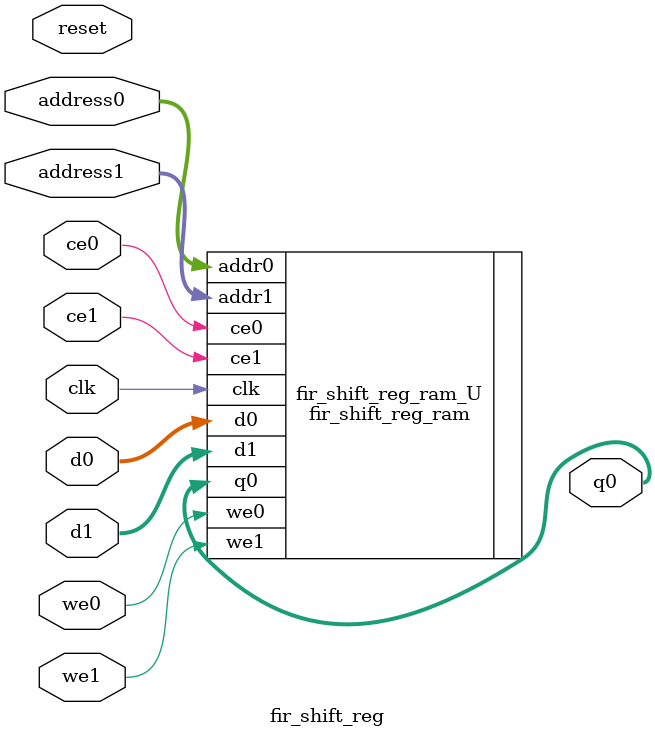
<source format=v>

`timescale 1 ns / 1 ps
module fir_shift_reg(
    reset,
    clk,
    address0,
    ce0,
    we0,
    d0,
    q0,
    address1,
    ce1,
    we1,
    d1);

parameter DataWidth = 32'd16;
parameter AddressRange = 32'd50;
parameter AddressWidth = 32'd6;
input reset;
input clk;
input[AddressWidth - 1:0] address0;
input ce0;
input we0;
input[DataWidth - 1:0] d0;
output[DataWidth - 1:0] q0;
input[AddressWidth - 1:0] address1;
input ce1;
input we1;
input[DataWidth - 1:0] d1;



fir_shift_reg_ram fir_shift_reg_ram_U(
    .clk( clk ),
    .addr0( address0 ),
    .ce0( ce0 ),
    .d0( d0 ),
    .we0( we0 ),
    .q0( q0 ),
    .addr1( address1 ),
    .ce1( ce1 ),
    .d1( d1 ),
    .we1( we1 ));

endmodule

</source>
